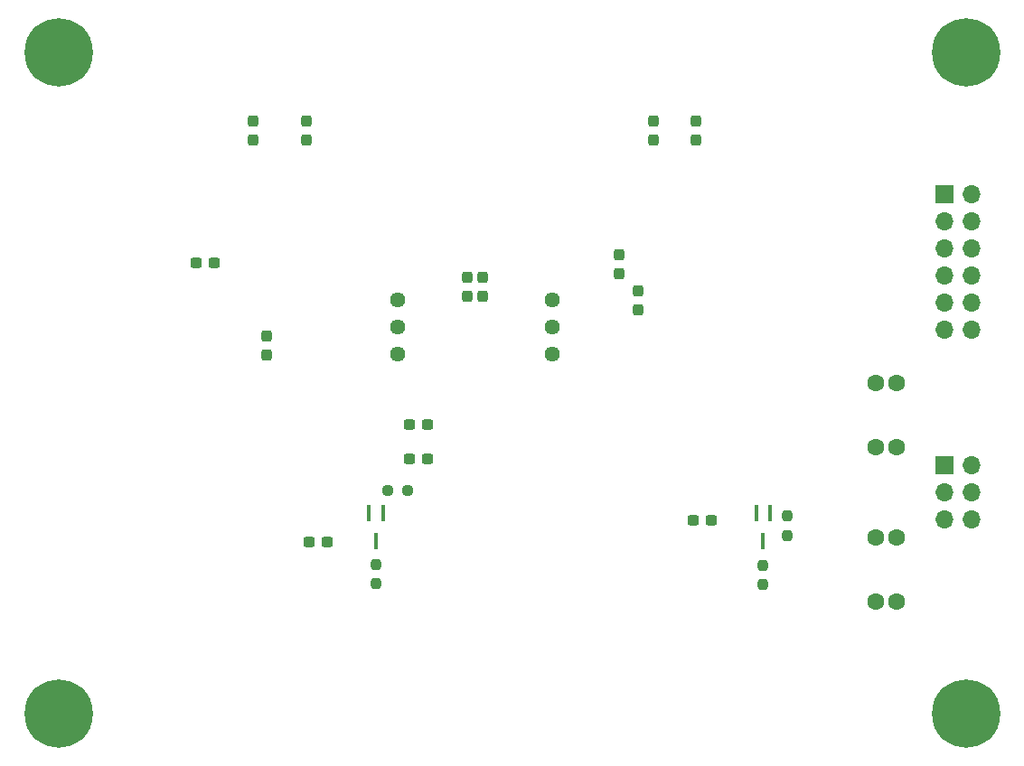
<source format=gbr>
%TF.GenerationSoftware,KiCad,Pcbnew,(6.0.0)*%
%TF.CreationDate,2022-04-09T17:19:21-04:00*%
%TF.ProjectId,ToneEncoderDecoder,546f6e65-456e-4636-9f64-65724465636f,rev?*%
%TF.SameCoordinates,Original*%
%TF.FileFunction,Soldermask,Bot*%
%TF.FilePolarity,Negative*%
%FSLAX46Y46*%
G04 Gerber Fmt 4.6, Leading zero omitted, Abs format (unit mm)*
G04 Created by KiCad (PCBNEW (6.0.0)) date 2022-04-09 17:19:21*
%MOMM*%
%LPD*%
G01*
G04 APERTURE LIST*
G04 Aperture macros list*
%AMRoundRect*
0 Rectangle with rounded corners*
0 $1 Rounding radius*
0 $2 $3 $4 $5 $6 $7 $8 $9 X,Y pos of 4 corners*
0 Add a 4 corners polygon primitive as box body*
4,1,4,$2,$3,$4,$5,$6,$7,$8,$9,$2,$3,0*
0 Add four circle primitives for the rounded corners*
1,1,$1+$1,$2,$3*
1,1,$1+$1,$4,$5*
1,1,$1+$1,$6,$7*
1,1,$1+$1,$8,$9*
0 Add four rect primitives between the rounded corners*
20,1,$1+$1,$2,$3,$4,$5,0*
20,1,$1+$1,$4,$5,$6,$7,0*
20,1,$1+$1,$6,$7,$8,$9,0*
20,1,$1+$1,$8,$9,$2,$3,0*%
G04 Aperture macros list end*
%ADD10R,1.700000X1.700000*%
%ADD11O,1.700000X1.700000*%
%ADD12C,1.440000*%
%ADD13C,6.400000*%
%ADD14C,1.600000*%
%ADD15RoundRect,0.237500X-0.300000X-0.237500X0.300000X-0.237500X0.300000X0.237500X-0.300000X0.237500X0*%
%ADD16R,0.450000X1.500000*%
%ADD17RoundRect,0.237500X0.300000X0.237500X-0.300000X0.237500X-0.300000X-0.237500X0.300000X-0.237500X0*%
%ADD18RoundRect,0.237500X0.237500X-0.300000X0.237500X0.300000X-0.237500X0.300000X-0.237500X-0.300000X0*%
%ADD19RoundRect,0.237500X-0.237500X0.300000X-0.237500X-0.300000X0.237500X-0.300000X0.237500X0.300000X0*%
%ADD20RoundRect,0.237500X0.237500X-0.250000X0.237500X0.250000X-0.237500X0.250000X-0.237500X-0.250000X0*%
%ADD21RoundRect,0.237500X-0.250000X-0.237500X0.250000X-0.237500X0.250000X0.237500X-0.250000X0.237500X0*%
G04 APERTURE END LIST*
D10*
%TO.C,J2*%
X111500000Y-34840000D03*
D11*
X114040000Y-34840000D03*
X111500000Y-37380000D03*
X114040000Y-37380000D03*
X111500000Y-39920000D03*
X114040000Y-39920000D03*
X111500000Y-42460000D03*
X114040000Y-42460000D03*
X111500000Y-45000000D03*
X114040000Y-45000000D03*
X111500000Y-47540000D03*
X114040000Y-47540000D03*
%TD*%
D12*
%TO.C,RV1*%
X60250000Y-44750000D03*
X60250000Y-47290000D03*
X60250000Y-49830000D03*
%TD*%
D13*
%TO.C,H2*%
X113500000Y-21500000D03*
%TD*%
%TO.C,H4*%
X113500000Y-83500000D03*
%TD*%
D14*
%TO.C,C36*%
X105025000Y-52525000D03*
X107025000Y-52525000D03*
%TD*%
D13*
%TO.C,H1*%
X28500000Y-21500000D03*
%TD*%
D14*
%TO.C,C38*%
X105025000Y-73025000D03*
X107025000Y-73025000D03*
%TD*%
D13*
%TO.C,H3*%
X28500000Y-83500000D03*
%TD*%
D14*
%TO.C,C35*%
X105025000Y-58525000D03*
X107025000Y-58525000D03*
%TD*%
D10*
%TO.C,J1*%
X111500000Y-60250000D03*
D11*
X114040000Y-60250000D03*
X111500000Y-62790000D03*
X114040000Y-62790000D03*
X111500000Y-65330000D03*
X114040000Y-65330000D03*
%TD*%
D14*
%TO.C,C37*%
X105025000Y-67025000D03*
X107025000Y-67025000D03*
%TD*%
D12*
%TO.C,RV2*%
X74750000Y-44750000D03*
X74750000Y-47290000D03*
X74750000Y-49830000D03*
%TD*%
D15*
%TO.C,C1*%
X51937500Y-67400000D03*
X53662500Y-67400000D03*
%TD*%
%TO.C,C2*%
X87937500Y-65400000D03*
X89662500Y-65400000D03*
%TD*%
D16*
%TO.C,Q1*%
X57600000Y-64670000D03*
X58900000Y-64670000D03*
X58250000Y-67330000D03*
%TD*%
D17*
%TO.C,C15*%
X63062500Y-56400000D03*
X61337500Y-56400000D03*
%TD*%
D16*
%TO.C,Q2*%
X93850000Y-64670000D03*
X95150000Y-64670000D03*
X94500000Y-67330000D03*
%TD*%
D18*
%TO.C,C7*%
X88250000Y-29712500D03*
X88250000Y-27987500D03*
%TD*%
D15*
%TO.C,C12*%
X41387500Y-41250000D03*
X43112500Y-41250000D03*
%TD*%
D19*
%TO.C,C11*%
X48000000Y-48137500D03*
X48000000Y-49862500D03*
%TD*%
%TO.C,C8*%
X84250000Y-27987500D03*
X84250000Y-29712500D03*
%TD*%
%TO.C,C6*%
X66750000Y-42637500D03*
X66750000Y-44362500D03*
%TD*%
D20*
%TO.C,R50*%
X58250000Y-71325000D03*
X58250000Y-69500000D03*
%TD*%
%TO.C,R52*%
X94500000Y-71412500D03*
X94500000Y-69587500D03*
%TD*%
D18*
%TO.C,C9*%
X82750000Y-45612500D03*
X82750000Y-43887500D03*
%TD*%
D19*
%TO.C,C5*%
X68250000Y-42637500D03*
X68250000Y-44362500D03*
%TD*%
%TO.C,C4*%
X46750000Y-27987500D03*
X46750000Y-29712500D03*
%TD*%
D21*
%TO.C,R49*%
X59375000Y-62600000D03*
X61200000Y-62600000D03*
%TD*%
D18*
%TO.C,C10*%
X81000000Y-42250000D03*
X81000000Y-40525000D03*
%TD*%
%TO.C,C3*%
X51750000Y-29712500D03*
X51750000Y-27987500D03*
%TD*%
D20*
%TO.C,R51*%
X96800000Y-66825000D03*
X96800000Y-65000000D03*
%TD*%
D17*
%TO.C,C16*%
X63062500Y-59600000D03*
X61337500Y-59600000D03*
%TD*%
M02*

</source>
